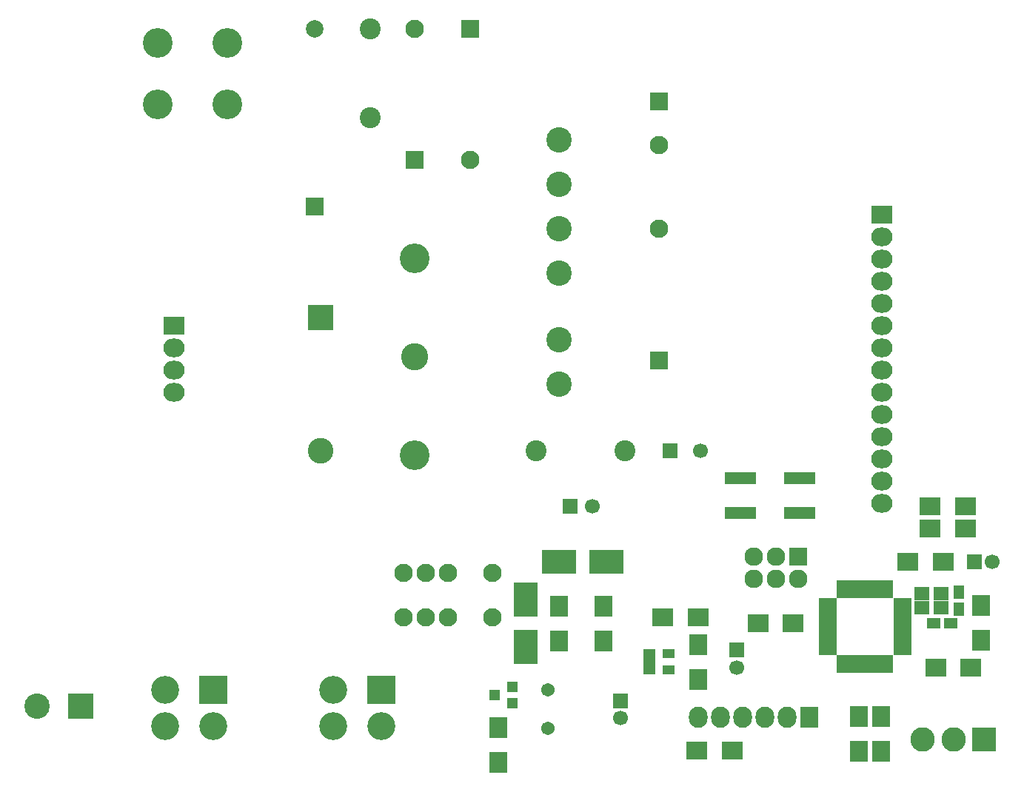
<source format=gbr>
G04 #@! TF.FileFunction,Soldermask,Top*
%FSLAX46Y46*%
G04 Gerber Fmt 4.6, Leading zero omitted, Abs format (unit mm)*
G04 Created by KiCad (PCBNEW 4.0.4+dfsg1-stable) date Sun Aug 20 17:43:16 2017*
%MOMM*%
%LPD*%
G01*
G04 APERTURE LIST*
%ADD10C,0.100000*%
%ADD11R,2.000000X0.950000*%
%ADD12R,0.950000X2.000000*%
%ADD13R,1.700000X1.700000*%
%ADD14C,1.700000*%
%ADD15R,2.400000X2.000000*%
%ADD16R,2.000000X2.400000*%
%ADD17R,2.100000X2.100000*%
%ADD18C,2.100000*%
%ADD19R,1.600000X1.150000*%
%ADD20R,1.150000X1.600000*%
%ADD21R,3.900120X2.701240*%
%ADD22R,2.701240X3.900120*%
%ADD23C,2.398980*%
%ADD24C,1.543000*%
%ADD25R,2.127200X2.127200*%
%ADD26O,2.127200X2.127200*%
%ADD27R,2.127200X2.432000*%
%ADD28O,2.127200X2.432000*%
%ADD29R,2.432000X2.127200*%
%ADD30O,2.432000X2.127200*%
%ADD31R,1.200100X1.200100*%
%ADD32R,2.100000X2.400000*%
%ADD33R,2.400000X2.100000*%
%ADD34R,3.600000X1.400000*%
%ADD35R,1.460000X1.050000*%
%ADD36R,1.800000X1.600000*%
%ADD37C,2.940000*%
%ADD38R,2.940000X2.940000*%
%ADD39C,2.800000*%
%ADD40R,2.800000X2.800000*%
%ADD41R,2.000000X2.000000*%
%ADD42C,2.000000*%
%ADD43C,3.400000*%
%ADD44C,3.100000*%
%ADD45R,3.200000X3.200000*%
%ADD46C,3.200000*%
%ADD47R,2.900000X2.900000*%
%ADD48C,2.900000*%
G04 APERTURE END LIST*
D10*
D11*
X185295000Y-133375000D03*
X185295000Y-132575000D03*
X185295000Y-131775000D03*
X185295000Y-130975000D03*
X185295000Y-130175000D03*
X185295000Y-129375000D03*
X185295000Y-128575000D03*
X185295000Y-127775000D03*
D12*
X183845000Y-126325000D03*
X183045000Y-126325000D03*
X182245000Y-126325000D03*
X181445000Y-126325000D03*
X180645000Y-126325000D03*
X179845000Y-126325000D03*
X179045000Y-126325000D03*
X178245000Y-126325000D03*
D11*
X176795000Y-127775000D03*
X176795000Y-128575000D03*
X176795000Y-129375000D03*
X176795000Y-130175000D03*
X176795000Y-130975000D03*
X176795000Y-131775000D03*
X176795000Y-132575000D03*
X176795000Y-133375000D03*
D12*
X178245000Y-134825000D03*
X179045000Y-134825000D03*
X179845000Y-134825000D03*
X180645000Y-134825000D03*
X181445000Y-134825000D03*
X182245000Y-134825000D03*
X183045000Y-134825000D03*
X183845000Y-134825000D03*
D13*
X193580000Y-123190000D03*
D14*
X195580000Y-123190000D03*
D13*
X153035000Y-139065000D03*
D14*
X153035000Y-141065000D03*
D15*
X193135000Y-135255000D03*
X189135000Y-135255000D03*
X189960000Y-123190000D03*
X185960000Y-123190000D03*
X168815000Y-130175000D03*
X172815000Y-130175000D03*
D16*
X161925000Y-132620000D03*
X161925000Y-136620000D03*
D17*
X129540000Y-77230000D03*
D18*
X129540000Y-62230000D03*
D17*
X135890000Y-62230000D03*
D18*
X135890000Y-77230000D03*
D13*
X166370000Y-133255000D03*
D14*
X166370000Y-135255000D03*
D18*
X157480000Y-75485000D03*
D17*
X157480000Y-70485000D03*
X157480000Y-100103975D03*
D18*
X157480000Y-85103975D03*
D14*
X162250000Y-110490000D03*
D13*
X158750000Y-110490000D03*
D14*
X149820000Y-116840000D03*
D13*
X147320000Y-116840000D03*
D19*
X188915000Y-130175000D03*
X190815000Y-130175000D03*
D20*
X191770000Y-126685000D03*
X191770000Y-128585000D03*
D16*
X146050000Y-128270000D03*
X146050000Y-132270000D03*
D15*
X165830000Y-144780000D03*
X161830000Y-144780000D03*
D21*
X146050000Y-123190000D03*
X151450040Y-123190000D03*
D22*
X142240000Y-127474980D03*
X142240000Y-132875020D03*
D23*
X153591260Y-110490000D03*
X143431260Y-110490000D03*
D24*
X144780000Y-142240000D03*
X144780000Y-137795000D03*
D25*
X173355000Y-122555000D03*
D26*
X173355000Y-125095000D03*
X170815000Y-122555000D03*
X170815000Y-125095000D03*
X168275000Y-122555000D03*
X168275000Y-125095000D03*
D27*
X174625000Y-140970000D03*
D28*
X172085000Y-140970000D03*
X169545000Y-140970000D03*
X167005000Y-140970000D03*
X164465000Y-140970000D03*
X161925000Y-140970000D03*
D29*
X183000000Y-83470000D03*
D30*
X183000000Y-86010000D03*
X183000000Y-88550000D03*
X183000000Y-91090000D03*
X183000000Y-93630000D03*
X183000000Y-96170000D03*
X183000000Y-98710000D03*
X183000000Y-101250000D03*
X183000000Y-103790000D03*
X183000000Y-106330000D03*
X183000000Y-108870000D03*
X183000000Y-111410000D03*
X183000000Y-113950000D03*
X183000000Y-116490000D03*
D29*
X102000000Y-96170000D03*
D30*
X102000000Y-98710000D03*
X102000000Y-101250000D03*
X102000000Y-103790000D03*
D31*
X140700760Y-139380000D03*
X140700760Y-137480000D03*
X138701780Y-138430000D03*
D32*
X194310000Y-132175000D03*
X194310000Y-128175000D03*
D33*
X161925000Y-129540000D03*
X157925000Y-129540000D03*
X192500000Y-119380000D03*
X188500000Y-119380000D03*
X192500000Y-116840000D03*
X188500000Y-116840000D03*
D32*
X180340000Y-140875000D03*
X180340000Y-144875000D03*
X182880000Y-140875000D03*
X182880000Y-144875000D03*
X151130000Y-128270000D03*
X151130000Y-132270000D03*
X139065000Y-142145000D03*
X139065000Y-146145000D03*
D34*
X166780000Y-117570000D03*
X173580000Y-117570000D03*
X173580000Y-113570000D03*
X166780000Y-113570000D03*
D18*
X138430000Y-129540000D03*
X138430000Y-124460000D03*
X133350000Y-124460000D03*
X130810000Y-124460000D03*
X128270000Y-124460000D03*
X133350000Y-129540000D03*
X130810000Y-129540000D03*
X128270000Y-129540000D03*
D35*
X156380000Y-133670000D03*
X156380000Y-134620000D03*
X156380000Y-135570000D03*
X158580000Y-135570000D03*
X158580000Y-133670000D03*
D36*
X189695000Y-126835000D03*
X187495000Y-126835000D03*
X189695000Y-128435000D03*
X187495000Y-128435000D03*
D37*
X118745000Y-110490000D03*
D38*
X118745000Y-95250000D03*
D39*
X191135000Y-143510000D03*
X187635000Y-143510000D03*
D40*
X194635000Y-143510000D03*
D41*
X118110000Y-82530000D03*
D42*
X118110000Y-62230000D03*
D23*
X124460000Y-72390000D03*
X124460000Y-62230000D03*
D43*
X108140000Y-63810000D03*
X100140000Y-63810000D03*
X100140000Y-70810000D03*
X108140000Y-70810000D03*
X129540000Y-110945000D03*
X129540000Y-88445000D03*
D44*
X129540000Y-99695000D03*
D45*
X106465000Y-137795000D03*
D46*
X106465000Y-141995000D03*
X100965000Y-137795000D03*
X100965000Y-141995000D03*
D45*
X125730000Y-137795000D03*
D46*
X125730000Y-141995000D03*
X120230000Y-137795000D03*
X120230000Y-141995000D03*
D47*
X91360000Y-139700000D03*
D48*
X86360000Y-139700000D03*
X146050000Y-90170000D03*
X146050000Y-74930000D03*
X146050000Y-85090000D03*
X146050000Y-80010000D03*
X146050000Y-97790000D03*
X146050000Y-102870000D03*
M02*

</source>
